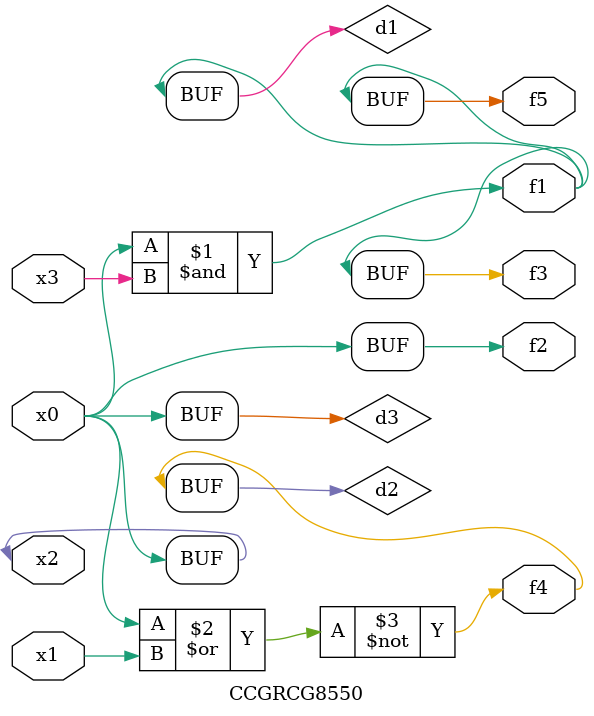
<source format=v>
module CCGRCG8550(
	input x0, x1, x2, x3,
	output f1, f2, f3, f4, f5
);

	wire d1, d2, d3;

	and (d1, x2, x3);
	nor (d2, x0, x1);
	buf (d3, x0, x2);
	assign f1 = d1;
	assign f2 = d3;
	assign f3 = d1;
	assign f4 = d2;
	assign f5 = d1;
endmodule

</source>
